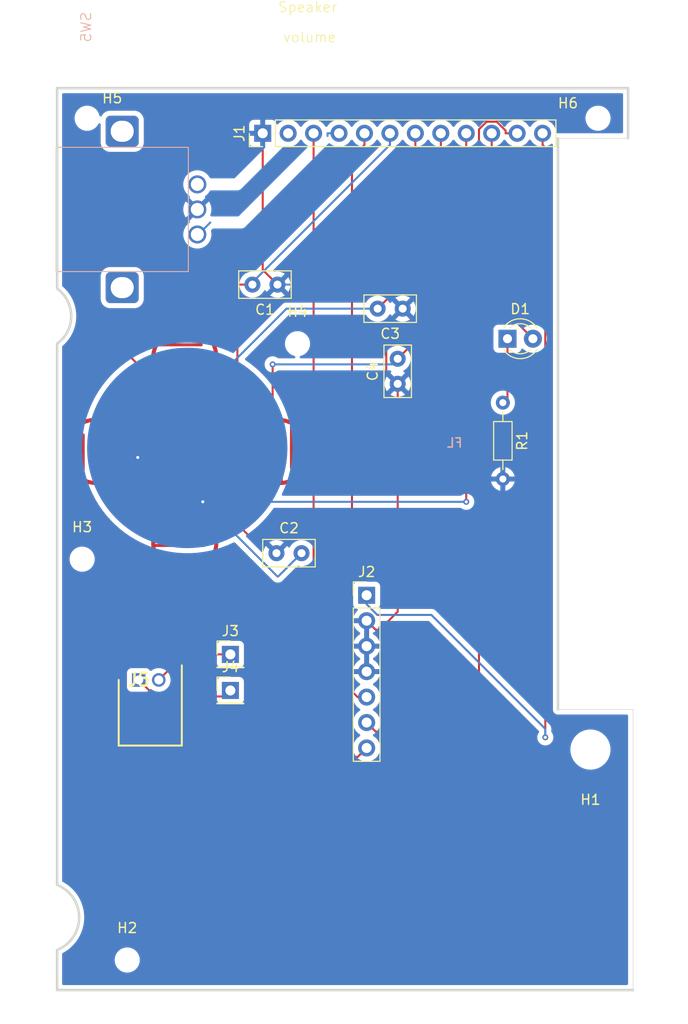
<source format=kicad_pcb>
(kicad_pcb (version 20241229) (generator "pcbnew") (generator_version "9.0")
  (layers (0 "F.Cu" signal) (2 "B.Cu" signal) (13 "F.Paste" user) (15 "B.Paste" user) (5 "F.SilkS" user "F.Silkscreen") (7 "B.SilkS" user "B.Silkscreen") (1 "F.Mask" user) (3 "B.Mask" user) (25 "Edge.Cuts" user))
  (net 0 "")
  (net 1 "/Volume_A")
  (net 2 "/Clk")
  (net 3 "/Up")
  (net 4 "/Down")
  (net 5 "/Volume_B")
  (net 6 "/5v")
  (net 7 "/D_In")
  (net 8 "GND")
  (net 9 "/Right")
  (net 10 "/Left")
  (net 11 "/LR_Clk")
  (net 12 "Net-(D1-K)")
  (net 13 "/Power_LED")
  (net 14 "/Speaker_Pos")
  (net 15 "/Speaker_Neg")
  (footprint "Connector_PinHeader_2.54mm:PinHeader_1x01_P2.54mm_Vertical" (layer "F.Cu") (at 139.3 106.1)
    (property "Reference" "J4" (at 0 -2.33 0) (layer "F.SilkS"))
    (property "Value" "Conn_01x01_Pin")
    (fp_line (start -1.33 -1.33) (end 0 -1.33) (stroke (width 0.12)) (layer "F.SilkS"))
    (fp_line (start -1.33 0) (end -1.33 -1.33) (stroke (width 0.12)) (layer "F.SilkS"))
    (fp_line (start -1.33 1.27) (end -1.33 1.33) (stroke (width 0.12)) (layer "F.SilkS"))
    (fp_line (start -1.33 1.27) (end 1.33 1.27) (stroke (width 0.12)) (layer "F.SilkS"))
    (fp_line (start -1.33 1.33) (end 1.33 1.33) (stroke (width 0.12)) (layer "F.SilkS"))
    (fp_line (start 1.33 1.27) (end 1.33 1.33) (stroke (width 0.12)) (layer "F.SilkS"))
    (pad "1" thru_hole rect (at 0 0) (size 1.7 1.7) (drill 1) (layers "*.Cu" "*.Mask") (net 15 "/Speaker_Neg"))
  )
  (footprint "GGfoorptintLibrary:BUTTON" (layer "F.Cu") (at 134.74 73.008 -90)
    (property "Reference" "SW1" (hide yes))
    (property "Value" "UP" (hide yes))
    (fp_line (start 0.381 2.921) (end 0.381 -1.905) (stroke (width 0.3)) (layer "F.Cu"))
    (fp_line (start -1.397 2.667) (end -1.397 -1.651) (stroke (width 0.3)) (layer "F.Cu"))
    (fp_line (start 1.905 2.286) (end 1.905 -0.889) (stroke (width 0.3)) (layer "F.Cu"))
    (fp_line (start -2.159 -2.286) (end -2.159 0.889) (stroke (width 0.3)) (layer "F.Cu"))
    (fp_line (start 1.143 -2.667) (end 1.143 1.651) (stroke (width 0.3)) (layer "F.Cu"))
    (fp_line (start -0.381 -2.921) (end -0.381 1.905) (stroke (width 0.3)) (layer "F.Cu"))
    (fp_arc (start 2.667 1.143) (mid -0.449606 3.127775) (end -2.921 0.381) (stroke (width 0.4)) (layer "F.Cu"))
    (fp_arc (start -2.921 -1.143) (mid 0.195606 -3.127775) (end 2.667 -0.381) (stroke (width 0.4)) (layer "F.Cu"))
    (pad "1" smd oval (at 3.175 -0.762 90) (size 1 1) (layers "F.Cu" "F.Mask" "F.Paste") (net 8 "GND"))
    (pad "2" smd oval (at 3.175 1.143 90) (size 1 1) (layers "F.Cu" "F.Mask" "F.Paste") (net 3 "/Up"))
  )
  (footprint "GGfoorptintLibrary:SHDRRA2W50P0X200_1X2_600X770X525P" (layer "F.Cu") (at 130.15 105.05 180)
    (property "Reference" "J5" (at 0 0 180) (layer "F.SilkS") (effects (font (size 1.27 1.27) (thickness 0.254))))
    (property "Value" "440055-2" (hide yes))
    (fp_line (start 2 0) (end 2 -6.55) (stroke (width 0.2)) (layer "F.SilkS"))
    (fp_line (start 2 -6.55) (end -4.3 -6.55) (stroke (width 0.2)) (layer "F.SilkS"))
    (fp_line (start -4.3 -6.55) (end -4.3 1.45) (stroke (width 0.2)) (layer "F.SilkS"))
    (pad "1" thru_hole rect (at 0 0 180) (size 1.35 1.35) (drill 0.9) (layers "*.Cu" "*.Mask") (net 15 "/Speaker_Neg"))
    (pad "2" thru_hole circle (at -2 0 180) (size 1.35 1.35) (drill 0.9) (layers "*.Cu" "*.Mask") (net 14 "/Speaker_Pos"))
  )
  (footprint "Capacitor_THT:C_Disc_D5.0mm_W2.5mm_P2.50mm" (layer "F.Cu") (at 156 75.5 90)
    (property "Reference" "C4" (at 1.25 -2.5 90) (layer "F.SilkS"))
    (property "Value" "1u")
    (fp_line (start 3.87 -1.37) (end 3.87 1.37) (stroke (width 0.12)) (layer "F.SilkS"))
    (fp_line (start -1.37 -1.37) (end 3.87 -1.37) (stroke (width 0.12)) (layer "F.SilkS"))
    (fp_line (start -1.37 -1.37) (end -1.37 1.37) (stroke (width 0.12)) (layer "F.SilkS"))
    (fp_line (start -1.37 1.37) (end 3.87 1.37) (stroke (width 0.12)) (layer "F.SilkS"))
    (pad "1" thru_hole circle (at 0 0 90) (size 1.6 1.6) (drill 0.8) (layers "*.Cu" "*.Mask") (net 8 "GND"))
    (pad "2" thru_hole circle (at 2.5 0 90) (size 1.6 1.6) (drill 0.8) (layers "*.Cu" "*.Mask") (net 9 "/Right"))
  )
  (footprint "Connector_PinHeader_2.54mm:PinHeader_1x07_P2.54mm_Vertical" (layer "F.Cu") (at 152.9 96.6)
    (property "Reference" "J2" (at 0 -2.33 0) (layer "F.SilkS"))
    (property "Value" "Conn_01x07_Pin")
    (fp_line (start -1.33 -1.33) (end 0 -1.33) (stroke (width 0.12)) (layer "F.SilkS"))
    (fp_line (start -1.33 0) (end -1.33 -1.33) (stroke (width 0.12)) (layer "F.SilkS"))
    (fp_line (start -1.33 1.27) (end -1.33 16.57) (stroke (width 0.12)) (layer "F.SilkS"))
    (fp_line (start -1.33 1.27) (end 1.33 1.27) (stroke (width 0.12)) (layer "F.SilkS"))
    (fp_line (start -1.33 16.57) (end 1.33 16.57) (stroke (width 0.12)) (layer "F.SilkS"))
    (fp_line (start 1.33 1.27) (end 1.33 16.57) (stroke (width 0.12)) (layer "F.SilkS"))
    (pad "1" thru_hole rect (at 0 0) (size 1.7 1.7) (drill 1) (layers "*.Cu" "*.Mask") (net 6 "/5v"))
    (pad "2" thru_hole oval (at 0 2.54) (size 1.7 1.7) (drill 1) (layers "*.Cu" "*.Mask") (net 8 "GND"))
    (pad "3" thru_hole oval (at 0 5.08) (size 1.7 1.7) (drill 1) (layers "*.Cu" "*.Mask") (net 8 "GND"))
    (pad "4" thru_hole oval (at 0 7.62) (size 1.7 1.7) (drill 1) (layers "*.Cu" "*.Mask") (net 8 "GND"))
    (pad "5" thru_hole oval (at 0 10.16) (size 1.7 1.7) (drill 1) (layers "*.Cu" "*.Mask") (net 7 "/D_In"))
    (pad "6" thru_hole oval (at 0 12.7) (size 1.7 1.7) (drill 1) (layers "*.Cu" "*.Mask") (net 2 "/Clk"))
    (pad "7" thru_hole oval (at 0 15.24) (size 1.7 1.7) (drill 1) (layers "*.Cu" "*.Mask") (net 11 "/LR_Clk"))
  )
  (footprint "Resistor_THT:R_Axial_DIN0204_L3.6mm_D1.6mm_P7.62mm_Horizontal" (layer "F.Cu") (at 166.5 77.38 -90)
    (property "Reference" "R1" (at 3.81 -1.92 90) (layer "F.SilkS"))
    (property "Value" "R")
    (fp_line (start 1.89 0.92) (end 5.73 0.92) (stroke (width 0.12)) (layer "F.SilkS"))
    (fp_line (start 5.73 0.92) (end 5.73 -0.92) (stroke (width 0.12)) (layer "F.SilkS"))
    (fp_line (start 0.94 0) (end 1.89 0) (stroke (width 0.12)) (layer "F.SilkS"))
    (fp_line (start 6.68 0) (end 5.73 0) (stroke (width 0.12)) (layer "F.SilkS"))
    (fp_line (start 1.89 -0.92) (end 1.89 0.92) (stroke (width 0.12)) (layer "F.SilkS"))
    (fp_line (start 5.73 -0.92) (end 1.89 -0.92) (stroke (width 0.12)) (layer "F.SilkS"))
    (pad "1" thru_hole circle (at 0 0 270) (size 1.4 1.4) (drill 0.7) (layers "*.Cu" "*.Mask") (net 12 "Net-(D1-K)"))
    (pad "2" thru_hole oval (at 7.62 0 270) (size 1.4 1.4) (drill 0.7) (layers "*.Cu" "*.Mask") (net 8 "GND"))
  )
  (footprint "MountingHole:MountingHole_2mm" (layer "F.Cu") (at 124.9999 48.9999)
    (property "Reference" "H5" (at 2.5001 -1.9999 0) (layer "F.SilkS"))
    (property "Value" "MountingHole")
    (pad "" np_thru_hole circle (at 0 0) (size 2 2) (drill 2) (layers "*.Cu" "*.Mask"))
  )
  (footprint "Capacitor_THT:C_Disc_D5.0mm_W2.5mm_P2.50mm" (layer "F.Cu") (at 144 65.6 180)
    (property "Reference" "C1" (at 1.25 -2.5 0) (layer "F.SilkS"))
    (property "Value" "1u")
    (fp_line (start 3.87 -1.37) (end 3.87 1.37) (stroke (width 0.12)) (layer "F.SilkS"))
    (fp_line (start -1.37 1.37) (end 3.87 1.37) (stroke (width 0.12)) (layer "F.SilkS"))
    (fp_line (start -1.37 -1.37) (end 3.87 -1.37) (stroke (width 0.12)) (layer "F.SilkS"))
    (fp_line (start -1.37 -1.37) (end -1.37 1.37) (stroke (width 0.12)) (layer "F.SilkS"))
    (pad "1" thru_hole circle (at 0 0 180) (size 1.6 1.6) (drill 0.8) (layers "*.Cu" "*.Mask") (net 8 "GND"))
    (pad "2" thru_hole circle (at 2.5 0 180) (size 1.6 1.6) (drill 0.8) (layers "*.Cu" "*.Mask") (net 3 "/Up"))
  )
  (footprint "Connector_PinHeader_2.54mm:PinHeader_1x12_P2.54mm_Vertical" (layer "F.Cu") (at 142.525 50.5 90)
    (property "Reference" "J1" (at 0 -2.33 90) (layer "F.SilkS"))
    (property "Value" "Conn_01x12_Pin")
    (fp_line (start -1.33 -1.33) (end 0 -1.33) (stroke (width 0.12)) (layer "F.SilkS"))
    (fp_line (start -1.33 0) (end -1.33 -1.33) (stroke (width 0.12)) (layer "F.SilkS"))
    (fp_line (start 1.33 1.27) (end 1.33 29.27) (stroke (width 0.12)) (layer "F.SilkS"))
    (fp_line (start -1.33 1.27) (end 1.33 1.27) (stroke (width 0.12)) (layer "F.SilkS"))
    (fp_line (start -1.33 1.27) (end -1.33 29.27) (stroke (width 0.12)) (layer "F.SilkS"))
    (fp_line (start -1.33 29.27) (end 1.33 29.27) (stroke (width 0.12)) (layer "F.SilkS"))
    (pad "1" thru_hole rect (at 0 0 90) (size 1.7 1.7) (drill 1) (layers "*.Cu" "*.Mask") (net 8 "GND"))
    (pad "2" thru_hole oval (at 0 2.54 90) (size 1.7 1.7) (drill 1) (layers "*.Cu" "*.Mask") (net 5 "/Volume_B"))
    (pad "3" thru_hole oval (at 0 5.08 90) (size 1.7 1.7) (drill 1) (layers "*.Cu" "*.Mask") (net 11 "/LR_Clk"))
    (pad "4" thru_hole oval (at 0 7.62 90) (size 1.7 1.7) (drill 1) (layers "*.Cu" "*.Mask") (net 1 "/Volume_A"))
    (pad "5" thru_hole oval (at 0 10.16 90) (size 1.7 1.7) (drill 1) (layers "*.Cu" "*.Mask") (net 7 "/D_In"))
    (pad "6" thru_hole oval (at 0 12.7 90) (size 1.7 1.7) (drill 1) (layers "*.Cu" "*.Mask") (net 3 "/Up"))
    (pad "7" thru_hole oval (at 0 15.24 90) (size 1.7 1.7) (drill 1) (layers "*.Cu" "*.Mask") (net 10 "/Left"))
    (pad "8" thru_hole oval (at 0 17.78 90) (size 1.7 1.7) (drill 1) (layers "*.Cu" "*.Mask") (net 9 "/Right"))
    (pad "9" thru_hole oval (at 0 20.32 90) (size 1.7 1.7) (drill 1) (layers "*.Cu" "*.Mask") (net 4 "/Down"))
    (pad "10" thru_hole oval (at 0 22.86 90) (size 1.7 1.7) (drill 1) (layers "*.Cu" "*.Mask") (net 13 "/Power_LED"))
    (pad "11" thru_hole oval (at 0 25.4 90) (size 1.7 1.7) (drill 1) (layers "*.Cu" "*.Mask") (net 2 "/Clk"))
    (pad "12" thru_hole oval (at 0 27.94 90) (size 1.7 1.7) (drill 1) (layers "*.Cu" "*.Mask") (net 6 "/5v"))
  )
  (footprint "Capacitor_THT:C_Disc_D5.0mm_W2.5mm_P2.50mm" (layer "F.Cu") (at 156.5 68 180)
    (property "Reference" "C3" (at 1.25 -2.5 0) (layer "F.SilkS"))
    (property "Value" "1u")
    (fp_line (start 3.87 -1.37) (end 3.87 1.37) (stroke (width 0.12)) (layer "F.SilkS"))
    (fp_line (start -1.37 1.37) (end 3.87 1.37) (stroke (width 0.12)) (layer "F.SilkS"))
    (fp_line (start -1.37 -1.37) (end 3.87 -1.37) (stroke (width 0.12)) (layer "F.SilkS"))
    (fp_line (start -1.37 -1.37) (end -1.37 1.37) (stroke (width 0.12)) (layer "F.SilkS"))
    (pad "1" thru_hole circle (at 0 0 180) (size 1.6 1.6) (drill 0.8) (layers "*.Cu" "*.Mask") (net 8 "GND"))
    (pad "2" thru_hole circle (at 2.5 0 180) (size 1.6 1.6) (drill 0.8) (layers "*.Cu" "*.Mask") (net 10 "/Left"))
  )
  (footprint "LED_THT:LED_D3.0mm" (layer "F.Cu") (at 166.96 71)
    (property "Reference" "D1" (at 1.27 -2.96 0) (layer "F.SilkS"))
    (property "Value" "LED")
    (fp_line (start -0.29 -1.236) (end -0.29 -1.08) (stroke (width 0.12)) (layer "F.SilkS"))
    (fp_line (start -0.29 1.08) (end -0.29 1.236) (stroke (width 0.12)) (layer "F.SilkS"))
    (fp_arc (start -0.29 -1.235516) (mid 1.366487 -1.987659) (end 2.942335 -1.078608) (stroke (width 0.12)) (layer "F.SilkS"))
    (fp_arc (start 0.229039 -1.08) (mid 1.270117 -1.5) (end 2.31113 -1.079837) (stroke (width 0.12)) (layer "F.SilkS"))
    (fp_arc (start 2.31113 1.079837) (mid 1.270117 1.5) (end 0.229039 1.08) (stroke (width 0.12)) (layer "F.SilkS"))
    (fp_arc (start 2.942335 1.078608) (mid 1.366487 1.987659) (end -0.29 1.235516) (stroke (width 0.12)) (layer "F.SilkS"))
    (pad "1" thru_hole rect (at 0 0) (size 1.8 1.8) (drill 0.9) (layers "*.Cu" "*.Mask") (net 12 "Net-(D1-K)"))
    (pad "2" thru_hole circle (at 2.54 0) (size 1.8 1.8) (drill 0.9) (layers "*.Cu" "*.Mask") (net 13 "/Power_LED"))
  )
  (footprint "GGfoorptintLibrary:BUTTON" (layer "F.Cu") (at 144.0008 82.2511 180)
    (property "Reference" "SW4" (hide yes))
    (property "Value" "RIGHT" (hide yes))
    (fp_line (start 1.905 2.286) (end 1.905 -0.889) (stroke (width 0.3)) (layer "F.Cu"))
    (fp_line (start 1.143 -2.667) (end 1.143 1.651) (stroke (width 0.3)) (layer "F.Cu"))
    (fp_line (start 0.381 2.921) (end 0.381 -1.905) (stroke (width 0.3)) (layer "F.Cu"))
    (fp_line (start -0.381 -2.921) (end -0.381 1.905) (stroke (width 0.3)) (layer "F.Cu"))
    (fp_line (start -1.397 2.667) (end -1.397 -1.651) (stroke (width 0.3)) (layer "F.Cu"))
    (fp_line (start -2.159 -2.286) (end -2.159 0.889) (stroke (width 0.3)) (layer "F.Cu"))
    (fp_arc (start 2.667 1.143) (mid -0.449606 3.127775) (end -2.921 0.381) (stroke (width 0.4)) (layer "F.Cu"))
    (fp_arc (start -2.921 -1.143) (mid 0.195606 -3.127775) (end 2.667 -0.381) (stroke (width 0.4)) (layer "F.Cu"))
    (pad "1" smd oval (at 3.175 -0.762) (size 1 1) (layers "F.Cu" "F.Mask" "F.Paste"))
    (pad "2" smd oval (at 3.175 1.143) (size 1 1) (layers "F.Cu" "F.Mask" "F.Paste"))
  )
  (footprint "MountingHole:MountingHole_2mm" (layer "F.Cu") (at 146.0001 71.5)
    (property "Reference" "H4" (at 0 -3.2 0) (layer "F.SilkS"))
    (property "Value" "MountingHole")
    (pad "" np_thru_hole circle (at 0 0) (size 2 2) (drill 2) (layers "*.Cu" "*.Mask"))
  )
  (footprint "Connector_PinHeader_2.54mm:PinHeader_1x01_P2.54mm_Vertical" (layer "F.Cu") (at 139.3 102.5)
    (property "Reference" "J3" (at 0 -2.33 0) (layer "F.SilkS"))
    (property "Value" "Conn_01x01_Pin")
    (fp_line (start -1.33 -1.33) (end 0 -1.33) (stroke (width 0.12)) (layer "F.SilkS"))
    (fp_line (start -1.33 0) (end -1.33 -1.33) (stroke (width 0.12)) (layer "F.SilkS"))
    (fp_line (start -1.33 1.27) (end -1.33 1.33) (stroke (width 0.12)) (layer "F.SilkS"))
    (fp_line (start -1.33 1.27) (end 1.33 1.27) (stroke (width 0.12)) (layer "F.SilkS"))
    (fp_line (start -1.33 1.33) (end 1.33 1.33) (stroke (width 0.12)) (layer "F.SilkS"))
    (fp_line (start 1.33 1.27) (end 1.33 1.33) (stroke (width 0.12)) (layer "F.SilkS"))
    (pad "1" thru_hole rect (at 0 0) (size 1.7 1.7) (drill 1) (layers "*.Cu" "*.Mask") (net 14 "/Speaker_Pos"))
  )
  (footprint "MountingHole:MountingHole_2mm" (layer "F.Cu") (at 124.5 93.0001)
    (property "Reference" "H3" (at 0 -3.2 0) (layer "F.SilkS"))
    (property "Value" "MountingHole")
    (pad "" np_thru_hole circle (at 0 0) (size 2 2) (drill 2) (layers "*.Cu" "*.Mask"))
  )
  (footprint "MountingHole:MountingHole_3.5mm" (layer "F.Cu") (at 175.2434 111.9983)
    (property "Reference" "H1" (at 0 5.001714 0) (layer "F.SilkS"))
    (property "Value" "MountingHole")
    (pad "" np_thru_hole circle (at 0 0) (size 3.5 3.5) (drill 3.5) (layers "*.Cu" "*.Mask"))
  )
  (footprint "MountingHole:MountingHole_2mm" (layer "F.Cu") (at 129.0001 133)
    (property "Reference" "H2" (at 0 -3.2 0) (layer "F.SilkS"))
    (property "Value" "MountingHole")
    (pad "" np_thru_hole circle (at 0 0) (size 2 2) (drill 2) (layers "*.Cu" "*.Mask"))
  )
  (footprint "GGfoorptintLibrary:BUTTON" (layer "F.Cu") (at 125.9999 82.2511)
    (property "Reference" "SW3" (hide yes))
    (property "Value" "LEFT" (hide yes))
    (fp_line (start -2.159 -2.286) (end -2.159 0.889) (stroke (width 0.3)) (layer "F.Cu"))
    (fp_line (start -1.397 2.667) (end -1.397 -1.651) (stroke (width 0.3)) (layer "F.Cu"))
    (fp_line (start -0.381 -2.921) (end -0.381 1.905) (stroke (width 0.3)) (layer "F.Cu"))
    (fp_line (start 0.381 2.921) (end 0.381 -1.905) (stroke (width 0.3)) (layer "F.Cu"))
    (fp_line (start 1.143 -2.667) (end 1.143 1.651) (stroke (width 0.3)) (layer "F.Cu"))
    (fp_line (start 1.905 2.286) (end 1.905 -0.889) (stroke (width 0.3)) (layer "F.Cu"))
    (fp_arc (start -2.921 -1.143) (mid 0.195606 -3.127775) (end 2.667 -0.381) (stroke (width 0.4)) (layer "F.Cu"))
    (fp_arc (start 2.667 1.143) (mid -0.449606 3.127775) (end -2.921 0.381) (stroke (width 0.4)) (layer "F.Cu"))
    (pad "1" smd oval (at 3.175 -0.762 180) (size 1 1) (layers "F.Cu" "F.Mask" "F.Paste"))
    (pad "2" smd oval (at 3.175 1.143 180) (size 1 1) (layers "F.Cu" "F.Mask" "F.Paste"))
  )
  (footprint "GGfoorptintLibrary:BUTTON" (layer "F.Cu") (at 134.7502 91.2503 90)
    (property "Reference" "SW2" (hide yes))
    (property "Value" "DOWN" (hide yes))
    (fp_line (start -0.381 -2.921) (end -0.381 1.905) (stroke (width 0.3)) (layer "F.Cu"))
    (fp_line (start 1.143 -2.667) (end 1.143 1.651) (stroke (width 0.3)) (layer "F.Cu"))
    (fp_line (start -2.159 -2.286) (end -2.159 0.889) (stroke (width 0.3)) (layer "F.Cu"))
    (fp_line (start 1.905 2.286) (end 1.905 -0.889) (stroke (width 0.3)) (layer "F.Cu"))
    (fp_line (start -1.397 2.667) (end -1.397 -1.651) (stroke (width 0.3)) (layer "F.Cu"))
    (fp_line (start 0.381 2.921) (end 0.381 -1.905) (stroke (width 0.3)) (layer "F.Cu"))
    (fp_arc (start -2.921 -1.143) (mid 0.195606 -3.127775) (end 2.667 -0.381) (stroke (width 0.4)) (layer "F.Cu"))
    (fp_arc (start 2.667 1.143) (mid -0.449606 3.127775) (end -2.921 0.381) (stroke (width 0.4)) (layer "F.Cu"))
    (pad "1" smd oval (at 3.175 -0.762 270) (size 1 1) (layers "F.Cu" "F.Mask" "F.Paste") (net 4 "/Down"))
    (pad "2" smd oval (at 3.175 1.143 270) (size 1 1) (layers "F.Cu" "F.Mask" "F.Paste") (net 8 "GND"))
  )
  (footprint "Capacitor_THT:C_Disc_D5.0mm_W2.5mm_P2.50mm" (layer "F.Cu") (at 143.9 92.4)
    (property "Reference" "C2" (at 1.25 -2.5 0) (layer "F.SilkS"))
    (property "Value" "1u")
    (fp_line (start -1.37 -1.37) (end -1.37 1.37) (stroke (width 0.12)) (layer "F.SilkS"))
    (fp_line (start -1.37 -1.37) (end 3.87 -1.37) (stroke (width 0.12)) (layer "F.SilkS"))
    (fp_line (start -1.37 1.37) (end 3.87 1.37) (stroke (width 0.12)) (layer "F.SilkS"))
    (fp_line (start 3.87 -1.37) (end 3.87 1.37) (stroke (width 0.12)) (layer "F.SilkS"))
    (pad "1" thru_hole circle (at 0 0) (size 1.6 1.6) (drill 0.8) (layers "*.Cu" "*.Mask") (net 8 "GND"))
    (pad "2" thru_hole circle (at 2.5 0) (size 1.6 1.6) (drill 0.8) (layers "*.Cu" "*.Mask") (net 4 "/Down"))
  )
  (footprint "MountingHole:MountingHole_2mm" (layer "F.Cu") (at 176 49)
    (property "Reference" "H6" (at -3 -1.5 0) (layer "F.SilkS"))
    (property "Value" "MountingHole")
    (pad "" np_thru_hole circle (at 0 0) (size 2 2) (drill 2) (layers "*.Cu" "*.Mask"))
  )
  (footprint "GGfoorptintLibrary:PES12" (layer "B.Cu") (at 121.9 51.9 -90)
    (property "Reference" "SW5" (at -12 -3 90) (layer "B.SilkS") (effects (font (thickness 0.1)) (justify mirror)))
    (property "Value" "RotaryEncoder")
    (fp_rect (start 0 0) (end 12.4 -13.2) (stroke (width 0.1)) (fill no) (layer "B.SilkS"))
    (pad "" thru_hole roundrect (at -1.6 -6.6 270) (size 3.1 3.3) (drill oval 2.1 2.3) (layers "*.Cu" "*.Mask") (roundrect_rratio 0.15))
    (pad "" thru_hole roundrect (at 14 -6.6 270) (size 3.1 3.3) (drill oval 2.1 2.3) (layers "*.Cu" "*.Mask") (roundrect_rratio 0.15))
    (pad "A" thru_hole circle (at 3.7 -14.1 270) (size 1.8 1.8) (drill 1.3) (layers "*.Cu" "*.Mask") (net 1 "/Volume_A"))
    (pad "B" thru_hole circle (at 8.7 -14.1 270) (size 1.8 1.8) (drill 1.3) (layers "*.Cu" "*.Mask") (net 5 "/Volume_B"))
    (pad "C" thru_hole circle (at 6.2 -14.1 270) (size 1.8 1.8) (drill 1.3) (layers "*.Cu" "*.Mask") (net 8 "GND"))
  )
  (gr_circle (center 134.994 81.898) (end 129.994 81.898) (stroke (width 10)) (fill no) (layer "B.Cu") (net 10))
  (gr_line (start 179.5 108) (end 179.5 136) (stroke (width 0.05)) (layer "Edge.Cuts"))
  (gr_line (start 121.9993 136) (end 179.5 136) (stroke (width 0.254)) (layer "Edge.Cuts"))
  (gr_line (start 121.9999 46.0002) (end 121.9999 66.000029) (stroke (width 0.254)) (layer "Edge.Cuts"))
  (gr_line (start 178.99975 51) (end 178.9995 46.0002) (stroke (width 0.254)) (layer "Edge.Cuts"))
  (gr_line (start 121.9999 131.999999) (end 121.9993 136) (stroke (width 0.254)) (layer "Edge.Cuts"))
  (gr_line (start 179.5 108) (end 171.999875 108) (stroke (width 0.05)) (layer "Edge.Cuts"))
  (gr_line (start 178.9995 46.0002) (end 121.9999 46.0002) (stroke (width 0.254)) (layer "Edge.Cuts"))
  (gr_arc (start 121.9999 125.499602) (mid 124.201384 128.749801) (end 121.9999 131.999999) (stroke (width 0.254)) (layer "Edge.Cuts"))
  (gr_line (start 121.9999 71.500072) (end 121.9999 125.499602) (stroke (width 0.254)) (layer "Edge.Cuts"))
  (gr_line (start 171.999875 108) (end 172.000125 51) (stroke (width 0.254)) (layer "Edge.Cuts"))
  (gr_line (start 178.99975 51) (end 172.000125 51) (stroke (width 0.05)) (layer "Edge.Cuts"))
  (gr_arc (start 121.9999 66.000029) (mid 123.409308 68.750051) (end 121.9999 71.500072) (stroke (width 0.254)) (layer "Edge.Cuts"))
  (gr_text "volume\n" (at 144.5 41.5 0) (layer "F.SilkS") (effects (font (size 1 1) (thickness 0.1)) (justify left bottom)))
  (gr_text "Speaker\n" (at 144 38.5 0) (layer "F.SilkS") (effects (font (size 1 1) (thickness 0.1)) (justify left bottom)))
  (gr_text "FL" (at 162.553 80.8566 -0) (layer "B.SilkS") (effects (font (size 0.9144 0.9144) (thickness 0.152)) (justify left top mirror)))
  (segment (start 148.9933 50.5) (end 150.145 50.5) (width 0.2) (layer "B.Cu") (net 1))
  (segment (start 148.9933 50.7685) (end 148.9933 50.5) (width 0.2) (layer "B.Cu") (net 1))
  (segment (start 166.7733 50.5) (end 167.925 50.5) (width 0.2) (layer "F.Cu") (net 2))
  (segment (start 162.75 103.05) (end 164.115 104.415) (width 0.2) (layer "F.Cu") (net 2))
  (segment (start 164.115 50.1074) (end 164.8772 49.3452) (width 0.2) (layer "F.Cu") (net 2))
  (segment (start 164.115 104.415) (end 164.115 50.1074) (width 0.2) (layer "F.Cu") (net 2))
  (segment (start 152.9 109.3) (end 153.8 110.2) (width 0.2) (layer "F.Cu") (net 2))
  (segment (start 153.8 110.2) (end 155.6 110.2) (width 0.2) (layer "F.Cu") (net 2))
  (segment (start 164.8772 49.3452) (end 165.887 49.3452) (width 0.2) (layer "F.Cu") (net 2))
  (segment (start 166.7733 50.2315) (end 166.7733 50.5) (width 0.2) (layer "F.Cu") (net 2))
  (segment (start 165.887 49.3452) (end 166.7733 50.2315) (width 0.2) (layer "F.Cu") (net 2))
  (segment (start 155.6 110.2) (end 162.75 103.05) (width 0.2) (layer "F.Cu") (net 2))
  (segment (start 133.597 76.183) (end 132.683 76.183) (width 0.2) (layer "F.Cu") (net 3))
  (segment (start 132.683 76.183) (end 129.5 73) (width 0.2) (layer "F.Cu") (net 3))
  (segment (start 134.4 65.6) (end 141.5 65.6) (width 0.2) (layer "F.Cu") (net 3))
  (segment (start 129.5 73) (end 129.5 70.5) (width 0.2) (layer "F.Cu") (net 3))
  (segment (start 129.5 70.5) (end 134.4 65.6) (width 0.2) (layer "F.Cu") (net 3))
  (segment (start 141.5 65.3767) (end 141.5 65.6) (width 0.2) (layer "B.Cu") (net 3))
  (segment (start 155.225 51.6517) (end 141.5 65.3767) (width 0.2) (layer "B.Cu") (net 3))
  (segment (start 155.225 50.5) (end 155.225 51.6517) (width 0.2) (layer "B.Cu") (net 3))
  (segment (start 162.845 50.5) (end 162.845 87.2736) (width 0.2) (layer "F.Cu") (net 4))
  (segment (start 135.8932 88.0753) (end 135.8932 87.2736) (width 0.2) (layer "F.Cu") (net 4))
  (segment (start 136.5446 87.2736) (end 135.8932 87.2736) (width 0.2) (layer "F.Cu") (net 4))
  (via (at 136.5446 87.2736) (size 0.6) (drill 0.3) (layers "F.Cu" "B.Cu") (net 4))
  (via (at 162.845 87.2736) (size 0.6) (drill 0.3) (layers "F.Cu" "B.Cu") (net 4))
  (segment (start 146.4 92.4) (end 144.071 94.729) (width 0.2) (layer "B.Cu") (net 4))
  (segment (start 144.071 94.729) (end 144 94.729) (width 0.2) (layer "B.Cu") (net 4))
  (segment (start 144 94.729) (end 136.5446 87.2736) (width 0.2) (layer "B.Cu") (net 4))
  (segment (start 136.5446 87.2736) (end 162.845 87.2736) (width 0.2) (layer "B.Cu") (net 4))
  (segment (start 136 60.6) (end 136.1 60.6) (width 0.2) (layer "B.Cu") (net 5))
  (segment (start 136.1 60.6) (end 137.3 59.4) (width 0.2) (layer "B.Cu") (net 5))
  (segment (start 170.465 51.6517) (end 170.7374 51.9241) (width 0.2) (layer "F.Cu") (net 6))
  (segment (start 170.465 50.5) (end 170.465 51.6517) (width 0.2) (layer "F.Cu") (net 6))
  (segment (start 170.7374 51.9241) (end 170.7374 110.78) (width 0.2) (layer "F.Cu") (net 6))
  (via (at 170.7374 110.78) (size 0.6) (drill 0.3) (layers "F.Cu" "B.Cu") (net 6))
  (segment (start 159.363602 98.563602) (end 170.7374 109.9374) (width 0.2) (layer "B.Cu") (net 6))
  (segment (start 153.963602 98.563602) (end 159.363602 98.563602) (width 0.2) (layer "B.Cu") (net 6))
  (segment (start 170.7374 109.9374) (end 170.7374 110.78) (width 0.2) (layer "B.Cu") (net 6))
  (segment (start 152.9 96.6) (end 152.9 97.5) (width 0.2) (layer "B.Cu") (net 6))
  (segment (start 152.9 97.5) (end 153.963602 98.563602) (width 0.2) (layer "B.Cu") (net 6))
  (segment (start 152.9 106.76) (end 152 106.76) (width 0.2) (layer "F.Cu") (net 7))
  (segment (start 152.685 51.6517) (end 152.685 50.5) (width 0.2) (layer "F.Cu") (net 7))
  (segment (start 152 106.76) (end 151.4375 106.1975) (width 0.2) (layer "F.Cu") (net 7))
  (segment (start 151.4375 52.8992) (end 152.685 51.6517) (width 0.2) (layer "F.Cu") (net 7))
  (segment (start 151.4375 106.1975) (end 151.4375 52.8992) (width 0.2) (layer "F.Cu") (net 7))
  (segment (start 142.525 50.5) (end 142.525 64.125) (width 0.2) (layer "F.Cu") (net 8))
  (segment (start 135.502 76.183) (end 135.502 76.9847) (width 0.2) (layer "F.Cu") (net 8))
  (segment (start 156.5 68) (end 154.8627 69.6373) (width 0.2) (layer "F.Cu") (net 8))
  (segment (start 144 65.6) (end 144.1522 65.7522) (width 0.2) (layer "F.Cu") (net 8))
  (segment (start 133.9882 88.0753) (end 133.9882 83.5) (width 0.2) (layer "F.Cu") (net 8))
  (segment (start 129.9766 81.4891) (end 133.9882 81.4891) (width 0.2) (layer "F.Cu") (net 8))
  (segment (start 152.9 99.14) (end 153.8 100.04) (width 0.2) (layer "F.Cu") (net 8))
  (segment (start 152.9 104.22) (end 152.9 101.68) (width 0.2) (layer "F.Cu") (net 8))
  (segment (start 133.9882 78.4985) (end 135.502 76.9847) (width 0.2) (layer "F.Cu") (net 8))
  (segment (start 133.9882 81.5) (end 133.9882 81.4891) (width 0.2) (layer "F.Cu") (net 8))
  (segment (start 133.9882 81.4891) (end 133.9882 78.4985) (width 0.2) (layer "F.Cu") (net 8))
  (segment (start 140 69.6) (end 144 65.6) (width 0.2) (layer "F.Cu") (net 8))
  (segment (start 140 81.5) (end 140 69.6) (width 0.2) (layer "F.Cu") (net 8))
  (segment (start 140.8258 83.0131) (end 140 82.1873) (width 0.2) (layer "F.Cu") (net 8))
  (segment (start 142.525 64.125) (end 144 65.6) (width 0.2) (layer "F.Cu") (net 8))
  (segment (start 140 82.1873) (end 140 81.5) (width 0.2) (layer "F.Cu") (net 8))
  (segment (start 133.9882 83.5) (end 133.9882 81.5) (width 0.2) (layer "F.Cu") (net 8))
  (segment (start 142.5118 91.0118) (end 141.5 91.0118) (width 0.2) (layer "F.Cu") (net 8))
  (segment (start 154.8627 69.6373) (end 154.8627 74.3627) (width 0.2) (layer "F.Cu") (net 8))
  (segment (start 129.1749 81.4891) (end 129.9766 81.4891) (width 0.2) (layer "F.Cu") (net 8))
  (segment (start 154.8627 74.3627) (end 156 75.5) (width 0.2) (layer "F.Cu") (net 8))
  (segment (start 152.9 101.68) (end 152.9 99.14) (width 0.2) (layer "F.Cu") (net 8))
  (segment (start 133.9882 81.5) (end 140 81.5) (width 0.2) (layer "F.Cu") (net 8))
  (segment (start 133.9882 88.3753) (end 133.9882 88.0753) (width 0.2) (layer "F.Cu") (net 8))
  (segment (start 153.8 100.04) (end 154.2 100.04) (width 0.2) (layer "F.Cu") (net 8))
  (segment (start 154.2 100.04) (end 156 98.24) (width 0.2) (layer "F.Cu") (net 8))
  (segment (start 141.5 91.0118) (end 133.9882 83.5) (width 0.2) (layer "F.Cu") (net 8))
  (segment (start 143.9 92.4) (end 142.5118 91.0118) (width 0.2) (layer "F.Cu") (net 8))
  (segment (start 156 98.24) (end 156 75.5) (width 0.2) (layer "F.Cu") (net 8))
  (segment (start 154.1 65.6) (end 156.5 68) (width 0.2) (layer "B.Cu") (net 8))
  (segment (start 166.5 85) (end 165.4983 85) (width 0.2) (layer "B.Cu") (net 8))
  (segment (start 142.525 51.775) (end 142.525 50.5) (width 0.2) (layer "B.Cu") (net 8))
  (segment (start 165.4983 85) (end 165.4983 84.9983) (width 0.2) (layer "B.Cu") (net 8))
  (segment (start 165.4983 84.9983) (end 156 75.5) (width 0.2) (layer "B.Cu") (net 8))
  (segment (start 144 65.6) (end 154.1 65.6) (width 0.2) (layer "B.Cu") (net 8))
  (segment (start 136 58.1) (end 136.2 58.1) (width 0.2) (layer "B.Cu") (net 8))
  (segment (start 140.8258 81.1081) (end 140.8258 80.3064) (width 0.2) (layer "F.Cu") (net 9))
  (segment (start 143.5172 77.615) (end 140.8258 80.3064) (width 0.2) (layer "F.Cu") (net 9))
  (segment (start 160.305 50.5) (end 160.305 68.695) (width 0.2) (layer "F.Cu") (net 9))
  (segment (start 160.305 68.695) (end 156 73) (width 0.2) (layer "F.Cu") (net 9))
  (segment (start 143.5172 73.5615) (end 143.5172 77.615) (width 0.2) (layer "F.Cu") (net 9))
  (via (at 143.5172 73.5615) (size 0.6) (drill 0.3) (layers "F.Cu" "B.Cu") (net 9))
  (segment (start 143.5172 73.5615) (end 155.4385 73.5615) (width 0.2) (layer "B.Cu") (net 9))
  (segment (start 155.4385 73.5615) (end 156 73) (width 0.2) (layer "B.Cu") (net 9))
  (segment (start 157.765 50.5) (end 157.765 64.235) (width 0.2) (layer "F.Cu") (net 10))
  (segment (start 129.9766 82.9254) (end 129.9766 83.3941) (width 0.2) (layer "F.Cu") (net 10))
  (segment (start 130.0521 82.8499) (end 129.9766 82.9254) (width 0.2) (layer "F.Cu") (net 10))
  (segment (start 157.765 64.235) (end 154 68) (width 0.2) (layer "F.Cu") (net 10))
  (segment (start 129.1749 83.3941) (end 129.9766 83.3941) (width 0.2) (layer "F.Cu") (net 10))
  (via (at 130.0521 82.8499) (size 0.6) (drill 0.3) (layers "F.Cu" "B.Cu") (net 10))
  (segment (start 144.902 68) (end 130.0521 82.8499) (width 0.2) (layer "B.Cu") (net 10))
  (segment (start 154 68) (end 144.902 68) (width 0.2) (layer "B.Cu") (net 10))
  (segment (start 152.9 111.84) (end 152 112.74) (width 0.2) (layer "F.Cu") (net 11))
  (segment (start 152 112.74) (end 151.4 112.74) (width 0.2) (layer "F.Cu") (net 11))
  (segment (start 151.4 112.74) (end 147.605 108.945) (width 0.2) (layer "F.Cu") (net 11))
  (segment (start 147.605 108.945) (end 147.605 50.5) (width 0.2) (layer "F.Cu") (net 11))
  (segment (start 166.96 76.92) (end 166.5 77.38) (width 0.2) (layer "F.Cu") (net 12))
  (segment (start 166.96 71) (end 166.96 76.92) (width 0.2) (layer "F.Cu") (net 12))
  (segment (start 165.385 66.885) (end 169.5 71) (width 0.2) (layer "F.Cu") (net 13))
  (segment (start 165.385 50.5) (end 165.385 66.885) (width 0.2) (layer "F.Cu") (net 13))
  (segment (start 134.7 102.5) (end 132.15 105.05) (width 0.2) (layer "F.Cu") (net 14))
  (segment (start 139.3 102.5) (end 134.7 102.5) (width 0.2) (layer "F.Cu") (net 14))
  (segment (start 131.8 106.7) (end 130.15 105.05) (width 0.2) (layer "F.Cu") (net 15))
  (segment (start 138.7 106.7) (end 131.8 106.7) (width 0.2) (layer "F.Cu") (net 15))
  (segment (start 139.3 106.1) (end 138.7 106.7) (width 0.2) (layer "F.Cu") (net 15))
  (zone (net 8) (net_name "GND") (layer "B.Cu") (connect_pads (clearance 0.5)) (min_thickness 0.25) (fill yes (thermal_gap 0.5) (thermal_bridge_width 0.5))
    (polygon (pts (xy 118 42.3) (xy 185 41.6) (xy 183.3 139.4) (xy 116.3 139.4)))
  )
)
</source>
